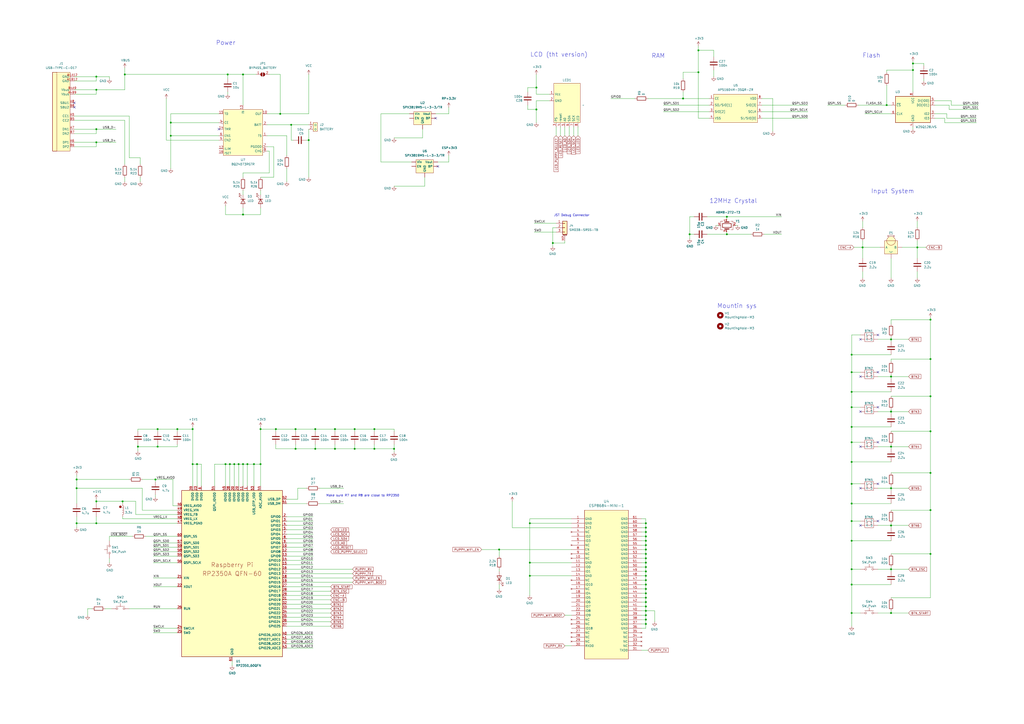
<source format=kicad_sch>
(kicad_sch (version 20231120) (generator "eeschema") (generator_version "8.0")
  (paper "A2")
  (title_block (title "RP2350A QFN-60 Minimal Design Example") (date "2024-07-01") (rev "REV3") (company "Raspberry Pi Ltd"))
  (junction (at 311.15 63.5))
  (junction (at 55.88 82.55))
  (junction (at 320.675 140.97))
  (junction (at 194.31 248.92))
  (junction (at 90.17 278.13))
  (junction (at 374.65 351.79))
  (junction (at 55.88 290.83))
  (junction (at 374.65 334.01))
  (junction (at 374.65 313.69))
  (junction (at 494.03 280.67))
  (junction (at 494.03 247.65))
  (junction (at 374.65 356.87))
  (junction (at 130.81 269.24))
  (junction (at 217.17 260.35))
  (junction (at 374.65 318.77))
  (junction (at 405.13 29.21))
  (junction (at 289.56 318.77))
  (junction (at 111.76 269.24))
  (junction (at 374.65 306.07))
  (junction (at 91.44 259.08))
  (junction (at 151.13 248.92))
  (junction (at 516.89 196.85))
  (junction (at 494.03 205.74))
  (junction (at 133.35 269.24))
  (junction (at 421.64 125.73))
  (junction (at 374.65 344.17))
  (junction (at 71.12 290.83))
  (junction (at 494.03 215.9))
  (junction (at 374.65 346.71))
  (junction (at 179.07 81.28))
  (junction (at 500.38 143.51))
  (junction (at 55.88 303.53))
  (junction (at 494.03 339.09))
  (junction (at 160.02 248.92))
  (junction (at 539.75 274.32))
  (junction (at 307.34 326.39))
  (junction (at 374.65 303.53))
  (junction (at 539.75 185.42))
  (junction (at 374.65 316.23))
  (junction (at 374.65 359.41))
  (junction (at 307.34 334.01))
  (junction (at 147.32 269.24))
  (junction (at 400.05 135.89))
  (junction (at 99.06 71.12))
  (junction (at 91.44 248.92))
  (junction (at 143.51 269.24))
  (junction (at 539.75 250.19))
  (junction (at 205.74 260.35))
  (junction (at 494.03 227.33))
  (junction (at 494.03 292.1))
  (junction (at 228.6 260.35))
  (junction (at 494.03 256.54))
  (junction (at 539.75 295.91))
  (junction (at 55.88 44.45))
  (junction (at 494.03 236.22))
  (junction (at 182.88 260.35))
  (junction (at 140.97 269.24))
  (junction (at 529.59 36.83))
  (junction (at 135.89 269.24))
  (junction (at 140.97 43.18))
  (junction (at 539.75 229.87))
  (junction (at 374.65 326.39))
  (junction (at 374.65 336.55))
  (junction (at 168.91 72.39))
  (junction (at 374.65 354.33))
  (junction (at 111.76 248.92))
  (junction (at 529.59 40.64))
  (junction (at 44.45 303.53))
  (junction (at 516.89 259.08))
  (junction (at 217.17 248.92))
  (junction (at 194.31 260.35))
  (junction (at 374.65 331.47))
  (junction (at 205.74 248.92))
  (junction (at 140.97 124.46))
  (junction (at 494.03 302.26))
  (junction (at 102.87 248.92))
  (junction (at 374.65 361.95))
  (junction (at 374.65 349.25))
  (junction (at 396.24 57.15))
  (junction (at 405.13 41.91))
  (junction (at 516.89 355.6))
  (junction (at 374.65 311.15))
  (junction (at 374.65 339.09))
  (junction (at 99.06 78.74))
  (junction (at 311.15 50.8))
  (junction (at 55.88 52.07))
  (junction (at 539.75 321.31))
  (junction (at 171.45 248.92))
  (junction (at 55.88 74.93))
  (junction (at 539.75 208.28))
  (junction (at 421.64 135.89))
  (junction (at 494.03 330.2))
  (junction (at 171.45 260.35))
  (junction (at 516.89 238.76))
  (junction (at 151.13 269.24))
  (junction (at 44.45 278.13))
  (junction (at 516.89 304.8))
  (junction (at 494.03 313.69))
  (junction (at 114.3 269.24))
  (junction (at 182.88 248.92))
  (junction (at 514.35 60.96))
  (junction (at 516.89 330.2))
  (junction (at 494.03 267.97))
  (junction (at 494.03 355.6))
  (junction (at 72.39 43.18))
  (junction (at 374.65 323.85))
  (junction (at 532.13 143.51))
  (junction (at 374.65 341.63))
  (junction (at 374.65 328.93))
  (junction (at 132.08 43.18))
  (junction (at 307.34 303.53))
  (junction (at 516.89 283.21))
  (junction (at 374.65 308.61))
  (junction (at 516.89 218.44))
  (junction (at 374.65 321.31))
  (junction (at 138.43 269.24))
  (junction (at 44.45 283.21))
  (junction (at 80.01 259.08))
  (junction (at 162.56 66.04))
  (no_connect (at 252.73 68.58))
  (no_connect (at 499.11 259.08))
  (no_connect (at 499.11 304.8))
  (no_connect (at 43.18 62.23))
  (no_connect (at 509.27 302.26))
  (no_connect (at 43.18 59.69))
  (no_connect (at 499.11 238.76))
  (no_connect (at 254 96.52))
  (no_connect (at 509.27 236.22))
  (no_connect (at 499.11 196.85))
  (no_connect (at 499.11 283.21))
  (no_connect (at 509.27 215.9))
  (no_connect (at 509.27 256.54))
  (no_connect (at 509.27 194.31))
  (no_connect (at 127 74.93))
  (no_connect (at 499.11 218.44))
  (no_connect (at 509.27 280.67))
  (wire (pts (xy 166.37 314.96) (xy 181.61 314.96)))
  (wire (pts (xy 516.89 355.6) (xy 527.05 355.6)))
  (wire (pts (xy 374.65 346.71) (xy 372.11 346.71)))
  (wire (pts (xy 90.17 288.29) (xy 90.17 287.02)))
  (wire (pts (xy 494.03 339.09) (xy 516.89 339.09)))
  (wire (pts (xy 82.55 283.21) (xy 82.55 295.91)))
  (wire (pts (xy 158.75 102.87) (xy 158.75 85.09)))
  (wire (pts (xy 166.37 373.38) (xy 181.61 373.38)))
  (wire (pts (xy 151.13 120.65) (xy 151.13 124.46)))
  (wire (pts (xy 55.88 82.55) (xy 67.31 82.55)))
  (wire (pts (xy 320.675 132.08) (xy 320.675 140.97)))
  (wire (pts (xy 516.89 209.55) (xy 516.89 208.28)))
  (wire (pts (xy 91.44 248.92) (xy 102.87 248.92)))
  (wire (pts (xy 166.37 317.5) (xy 181.61 317.5)))
  (wire (pts (xy 246.38 107.95) (xy 228.6 107.95)))
  (wire (pts (xy 96.52 57.15) (xy 96.52 81.28)))
  (wire (pts (xy 162.56 43.18) (xy 162.56 66.04)))
  (wire (pts (xy 421.64 127) (xy 421.64 125.73)))
  (wire (pts (xy 494.03 236.22) (xy 494.03 247.65)))
  (wire (pts (xy 494.03 267.97) (xy 516.89 267.97)))
  (wire (pts (xy 171.45 250.19) (xy 171.45 248.92)))
  (wire (pts (xy 171.45 257.81) (xy 171.45 260.35)))
  (wire (pts (xy 100.33 278.13) (xy 100.33 293.37)))
  (wire (pts (xy 374.65 334.01) (xy 372.11 334.01)))
  (wire (pts (xy 516.89 259.08) (xy 516.89 260.35)))
  (wire (pts (xy 307.34 334.01) (xy 331.47 334.01)))
  (wire (pts (xy 143.51 269.24) (xy 147.32 269.24)))
  (wire (pts (xy 405.13 29.21) (xy 405.13 41.91)))
  (wire (pts (xy 516.89 331.47) (xy 516.89 330.2)))
  (wire (pts (xy 91.44 250.19) (xy 91.44 248.92)))
  (wire (pts (xy 102.87 326.39) (xy 88.9 326.39)))
  (wire (pts (xy 311.15 43.18) (xy 311.15 50.8)))
  (wire (pts (xy 516.89 259.08) (xy 527.05 259.08)))
  (wire (pts (xy 91.44 259.08) (xy 102.87 259.08)))
  (wire (pts (xy 179.07 43.18) (xy 179.07 66.04)))
  (wire (pts (xy 374.65 354.33) (xy 374.65 356.87)))
  (wire (pts (xy 494.03 267.97) (xy 494.03 280.67)))
  (wire (pts (xy 374.65 359.41) (xy 374.65 361.95)))
  (wire (pts (xy 374.65 318.77) (xy 372.11 318.77)))
  (wire (pts (xy 166.37 355.6) (xy 191.77 355.6)))
  (wire (pts (xy 166.37 299.72) (xy 181.61 299.72)))
  (wire (pts (xy 80.01 257.81) (xy 80.01 259.08)))
  (wire (pts (xy 90.17 278.13) (xy 100.33 278.13)))
  (wire (pts (xy 548.005 71.12) (xy 566.42 71.12)))
  (wire (pts (xy 140.97 120.65) (xy 140.97 124.46)))
  (wire (pts (xy 166.37 350.52) (xy 191.77 350.52)))
  (wire (pts (xy 516.89 295.91) (xy 539.75 295.91)))
  (wire (pts (xy 306.07 63.5) (xy 311.15 63.5)))
  (wire (pts (xy 55.88 46.99) (xy 55.88 44.45)))
  (wire (pts (xy 396.24 41.91) (xy 405.13 41.91)))
  (wire (pts (xy 374.65 321.31) (xy 372.11 321.31)))
  (wire (pts (xy 374.65 334.01) (xy 374.65 336.55)))
  (wire (pts (xy 289.56 331.47) (xy 289.56 330.2)))
  (wire (pts (xy 374.65 323.85) (xy 372.11 323.85)))
  (wire (pts (xy 494.03 227.33) (xy 494.03 236.22)))
  (wire (pts (xy 494.03 313.69) (xy 516.89 313.69)))
  (wire (pts (xy 516.89 187.96) (xy 516.89 185.42)))
  (wire (pts (xy 182.88 250.19) (xy 182.88 248.92)))
  (wire (pts (xy 63.5 311.15) (xy 63.5 313.69)))
  (wire (pts (xy 102.87 364.49) (xy 88.9 364.49)))
  (wire (pts (xy 509.27 304.8) (xy 516.89 304.8)))
  (wire (pts (xy 74.93 67.31) (xy 74.93 91.44)))
  (wire (pts (xy 44.45 278.13) (xy 44.45 283.21)))
  (wire (pts (xy 307.34 326.39) (xy 307.34 334.01)))
  (wire (pts (xy 55.88 52.07) (xy 72.39 52.07)))
  (wire (pts (xy 374.65 356.87) (xy 372.11 356.87)))
  (wire (pts (xy 160.02 250.19) (xy 160.02 248.92)))
  (wire (pts (xy 421.64 135.89) (xy 435.61 135.89)))
  (wire (pts (xy 154.94 66.04) (xy 162.56 66.04)))
  (wire (pts (xy 160.02 257.81) (xy 160.02 260.35)))
  (wire (pts (xy 44.45 283.21) (xy 82.55 283.21)))
  (wire (pts (xy 44.45 283.21) (xy 44.45 292.1)))
  (wire (pts (xy 516.89 196.85) (xy 527.05 196.85)))
  (wire (pts (xy 516.89 198.12) (xy 516.89 196.85)))
  (wire (pts (xy 372.11 306.07) (xy 374.65 306.07)))
  (wire (pts (xy 539.75 185.42) (xy 539.75 184.15)))
  (wire (pts (xy 539.75 229.87) (xy 539.75 208.28)))
  (wire (pts (xy 372.11 300.99) (xy 374.65 300.99)))
  (wire (pts (xy 43.18 67.31) (xy 74.93 67.31)))
  (wire (pts (xy 166.37 342.9) (xy 191.77 342.9)))
  (wire (pts (xy 400.05 135.89) (xy 400.05 138.43)))
  (wire (pts (xy 374.65 344.17) (xy 374.65 346.71)))
  (wire (pts (xy 539.75 346.71) (xy 539.75 321.31)))
  (wire (pts (xy 372.11 313.69) (xy 374.65 313.69)))
  (wire (pts (xy 532.13 157.48) (xy 532.13 161.29)))
  (wire (pts (xy 135.89 281.94) (xy 135.89 269.24)))
  (wire (pts (xy 127 66.04) (xy 99.06 66.04)))
  (wire (pts (xy 494.03 292.1) (xy 494.03 302.26)))
  (wire (pts (xy 494.03 355.6) (xy 499.11 355.6)))
  (wire (pts (xy 494.03 215.9) (xy 499.11 215.9)))
  (wire (pts (xy 374.65 328.93) (xy 372.11 328.93)))
  (wire (pts (xy 99.06 78.74) (xy 127 78.74)))
  (wire (pts (xy 509.27 283.21) (xy 516.89 283.21)))
  (wire (pts (xy 374.65 326.39) (xy 372.11 326.39)))
  (wire (pts (xy 374.65 318.77) (xy 374.65 321.31)))
  (wire (pts (xy 327.66 73.66) (xy 327.66 78.74)))
  (wire (pts (xy 124.46 281.94) (xy 124.46 269.24)))
  (wire (pts (xy 501.65 66.04) (xy 516.89 66.04)))
  (wire (pts (xy 151.13 110.49) (xy 151.13 113.03)))
  (wire (pts (xy 529.59 35.56) (xy 529.59 36.83)))
  (wire (pts (xy 400.05 125.73) (xy 400.05 135.89)))
  (wire (pts (xy 147.32 269.24) (xy 151.13 269.24)))
  (wire (pts (xy 194.31 248.92) (xy 205.74 248.92)))
  (wire (pts (xy 374.65 346.71) (xy 374.65 349.25)))
  (wire (pts (xy 140.97 100.33) (xy 156.21 100.33)))
  (wire (pts (xy 402.59 125.73) (xy 400.05 125.73)))
  (wire (pts (xy 72.39 43.18) (xy 72.39 52.07)))
  (wire (pts (xy 168.91 72.39) (xy 179.07 72.39)))
  (wire (pts (xy 90.17 278.13) (xy 90.17 279.4)))
  (wire (pts (xy 374.65 351.79) (xy 374.65 354.33)))
  (wire (pts (xy 539.75 295.91) (xy 539.75 274.32)))
  (wire (pts (xy 205.74 260.35) (xy 194.31 260.35)))
  (wire (pts (xy 166.37 78.74) (xy 166.37 90.17)))
  (wire (pts (xy 166.37 363.22) (xy 191.77 363.22)))
  (wire (pts (xy 516.89 354.33) (xy 516.89 355.6)))
  (wire (pts (xy 306.07 60.96) (xy 306.07 63.5)))
  (wire (pts (xy 138.43 269.24) (xy 140.97 269.24)))
  (wire (pts (xy 374.65 359.41) (xy 372.11 359.41)))
  (wire (pts (xy 516.89 208.28) (xy 539.75 208.28)))
  (wire (pts (xy 374.65 341.63) (xy 374.65 344.17)))
  (wire (pts (xy 499.11 236.22) (xy 494.03 236.22)))
  (wire (pts (xy 171.45 260.35) (xy 160.02 260.35)))
  (wire (pts (xy 205.74 257.81) (xy 205.74 260.35)))
  (wire (pts (xy 307.34 326.39) (xy 307.34 303.53)))
  (wire (pts (xy 111.76 248.92) (xy 111.76 269.24)))
  (wire (pts (xy 133.35 269.24) (xy 135.89 269.24)))
  (wire (pts (xy 414.02 29.21) (xy 405.13 29.21)))
  (wire (pts (xy 311.15 58.42) (xy 311.15 63.5)))
  (wire (pts (xy 494.03 247.65) (xy 494.03 256.54)))
  (wire (pts (xy 166.37 327.66) (xy 181.61 327.66)))
  (wire (pts (xy 138.43 281.94) (xy 138.43 269.24)))
  (wire (pts (xy 494.03 330.2) (xy 499.11 330.2)))
  (wire (pts (xy 43.18 74.93) (xy 55.88 74.93)))
  (wire (pts (xy 514.35 40.64) (xy 529.59 40.64)))
  (wire (pts (xy 82.55 295.91) (xy 102.87 295.91)))
  (wire (pts (xy 72.39 95.25) (xy 72.39 69.85)))
  (wire (pts (xy 374.65 339.09) (xy 374.65 341.63)))
  (wire (pts (xy 331.47 326.39) (xy 307.34 326.39)))
  (wire (pts (xy 550.545 60.96) (xy 550.545 63.5)))
  (wire (pts (xy 135.89 269.24) (xy 138.43 269.24)))
  (wire (pts (xy 99.06 71.12) (xy 99.06 78.74)))
  (wire (pts (xy 140.97 124.46) (xy 130.81 124.46)))
  (wire (pts (xy 44.45 275.59) (xy 44.45 278.13)))
  (wire (pts (xy 494.03 227.33) (xy 516.89 227.33)))
  (wire (pts (xy 307.34 300.99) (xy 307.34 303.53)))
  (wire (pts (xy 44.45 303.53) (xy 55.88 303.53)))
  (wire (pts (xy 166.37 320.04) (xy 181.61 320.04)))
  (wire (pts (xy 53.34 353.06) (xy 50.8 353.06)))
  (wire (pts (xy 375.92 57.15) (xy 396.24 57.15)))
  (wire (pts (xy 171.45 248.92) (xy 182.88 248.92)))
  (wire (pts (xy 514.35 41.91) (xy 514.35 40.64)))
  (wire (pts (xy 55.88 292.1) (xy 55.88 290.83)))
  (wire (pts (xy 96.52 81.28) (xy 127 81.28)))
  (wire (pts (xy 374.65 341.63) (xy 372.11 341.63)))
  (wire (pts (xy 55.88 85.09) (xy 43.18 85.09)))
  (wire (pts (xy 374.65 306.07) (xy 374.65 308.61)))
  (wire (pts (xy 166.37 302.26) (xy 181.61 302.26)))
  (wire (pts (xy 542.29 68.58) (xy 548.005 68.58)))
  (wire (pts (xy 102.87 311.15) (xy 84.455 311.15)))
  (wire (pts (xy 335.28 73.66) (xy 335.28 78.74)))
  (wire (pts (xy 523.24 143.51) (xy 532.13 143.51)))
  (wire (pts (xy 500.38 128.27) (xy 500.38 132.08)))
  (wire (pts (xy 80.01 250.19) (xy 80.01 248.92)))
  (wire (pts (xy 156.21 100.33) (xy 156.21 87.63)))
  (wire (pts (xy 63.5 326.39) (xy 63.5 323.85)))
  (wire (pts (xy 44.45 299.72) (xy 44.45 303.53)))
  (wire (pts (xy 168.91 81.28) (xy 170.18 81.28)))
  (wire (pts (xy 516.89 303.53) (xy 516.89 304.8)))
  (wire (pts (xy 289.56 322.58) (xy 289.56 318.77)))
  (wire (pts (xy 494.03 194.31) (xy 494.03 205.74)))
  (wire (pts (xy 327.66 139.7) (xy 327.66 140.97)))
  (wire (pts (xy 372.11 311.15) (xy 374.65 311.15)))
  (wire (pts (xy 494.03 313.69) (xy 494.03 330.2)))
  (wire (pts (xy 102.87 298.45) (xy 78.74 298.45)))
  (wire (pts (xy 151.13 124.46) (xy 140.97 124.46)))
  (wire (pts (xy 516.89 274.32) (xy 539.75 274.32)))
  (wire (pts (xy 514.35 49.53) (xy 514.35 60.96)))
  (wire (pts (xy 529.59 73.66) (xy 529.59 74.93)))
  (wire (pts (xy 311.15 54.61) (xy 318.77 54.61)))
  (wire (pts (xy 166.37 360.68) (xy 191.77 360.68)))
  (wire (pts (xy 76.835 311.15) (xy 63.5 311.15)))
  (wire (pts (xy 532.13 139.7) (xy 532.13 143.51)))
  (wire (pts (xy 309.88 134.62) (xy 322.58 134.62)))
  (wire (pts (xy 166.37 375.92) (xy 181.61 375.92)))
  (wire (pts (xy 374.65 300.99) (xy 374.65 303.53)))
  (wire (pts (xy 374.65 331.47) (xy 372.11 331.47)))
  (wire (pts (xy 185.42 292.1) (xy 199.39 292.1)))
  (wire (pts (xy 111.76 269.24) (xy 111.76 281.94)))
  (wire (pts (xy 374.65 356.87) (xy 374.65 359.41)))
  (wire (pts (xy 396.24 53.34) (xy 396.24 57.15)))
  (wire (pts (xy 514.35 60.96) (xy 516.89 60.96)))
  (wire (pts (xy 151.13 269.24) (xy 151.13 281.94)))
  (wire (pts (xy 72.39 43.18) (xy 132.08 43.18)))
  (wire (pts (xy 151.13 102.87) (xy 158.75 102.87)))
  (wire (pts (xy 494.03 205.74) (xy 494.03 215.9)))
  (wire (pts (xy 396.24 45.72) (xy 396.24 41.91)))
  (wire (pts (xy 55.88 289.56) (xy 55.88 290.83)))
  (wire (pts (xy 443.23 135.89) (xy 453.39 135.89)))
  (wire (pts (xy 410.21 135.89) (xy 421.64 135.89)))
  (wire (pts (xy 55.88 303.53) (xy 102.87 303.53)))
  (wire (pts (xy 539.75 208.28) (xy 539.75 185.42)))
  (wire (pts (xy 81.28 102.87) (xy 81.28 105.41)))
  (wire (pts (xy 44.45 303.53) (xy 44.45 306.07)))
  (wire (pts (xy 402.59 135.89) (xy 400.05 135.89)))
  (wire (pts (xy 494.03 330.2) (xy 494.03 339.09)))
  (wire (pts (xy 140.97 102.87) (xy 140.97 100.33)))
  (wire (pts (xy 289.56 318.77) (xy 331.47 318.77)))
  (wire (pts (xy 44.45 278.13) (xy 74.93 278.13)))
  (wire (pts (xy 529.59 40.64) (xy 529.59 53.34)))
  (wire (pts (xy 177.8 81.28) (xy 179.07 81.28)))
  (wire (pts (xy 80.01 259.08) (xy 80.01 261.62)))
  (wire (pts (xy 140.97 269.24) (xy 143.51 269.24)))
  (wire (pts (xy 480.06 60.96) (xy 490.22 60.96)))
  (wire (pts (xy 516.89 218.44) (xy 527.05 218.44)))
  (wire (pts (xy 441.96 64.77) (xy 468.63 64.77)))
  (wire (pts (xy 166.37 358.14) (xy 191.77 358.14)))
  (wire (pts (xy 91.44 257.81) (xy 91.44 259.08)))
  (wire (pts (xy 205.74 248.92) (xy 217.17 248.92)))
  (wire (pts (xy 448.31 57.15) (xy 441.96 57.15)))
  (wire (pts (xy 396.24 57.15) (xy 411.48 57.15)))
  (wire (pts (xy 307.34 334.01) (xy 307.34 345.44)))
  (wire (pts (xy 318.77 58.42) (xy 311.15 58.42)))
  (wire (pts (xy 509.27 196.85) (xy 516.89 196.85)))
  (wire (pts (xy 510.54 143.51) (xy 500.38 143.51)))
  (wire (pts (xy 529.59 36.83) (xy 529.59 40.64)))
  (wire (pts (xy 228.6 257.81) (xy 228.6 260.35)))
  (wire (pts (xy 509.27 355.6) (xy 516.89 355.6)))
  (wire (pts (xy 374.65 331.47) (xy 374.65 334.01)))
  (wire (pts (xy 516.89 281.94) (xy 516.89 283.21)))
  (wire (pts (xy 516.89 306.07) (xy 516.89 304.8)))
  (wire (pts (xy 497.84 60.96) (xy 514.35 60.96)))
  (wire (pts (xy 542.29 66.04) (xy 549.275 66.04)))
  (wire (pts (xy 88.9 335.28) (xy 102.87 335.28)))
  (wire (pts (xy 134.62 383.54) (xy 134.62 386.08)))
  (wire (pts (xy 245.11 80.01) (xy 228.6 80.01)))
  (wire (pts (xy 311.15 50.8) (xy 311.15 54.61)))
  (wire (pts (xy 374.65 336.55) (xy 374.65 339.09)))
  (wire (pts (xy 88.9 320.04) (xy 102.87 320.04)))
  (wire (pts (xy 415.29 130.81) (xy 416.56 130.81)))
  (wire (pts (xy 516.89 185.42) (xy 539.75 185.42)))
  (wire (pts (xy 116.84 269.24) (xy 116.84 281.94)))
  (wire (pts (xy 516.89 237.49) (xy 516.89 238.76)))
  (wire (pts (xy 130.81 281.94) (xy 130.81 269.24)))
  (wire (pts (xy 539.75 321.31) (xy 539.75 295.91)))
  (wire (pts (xy 166.37 370.84) (xy 181.61 370.84)))
  (wire (pts (xy 331.47 306.07) (xy 297.18 306.07)))
  (wire (pts (xy 166.37 304.8) (xy 181.61 304.8)))
  (wire (pts (xy 80.01 248.92) (xy 91.44 248.92)))
  (wire (pts (xy 78.74 298.45) (xy 78.74 290.83)))
  (wire (pts (xy 354.33 57.15) (xy 368.3 57.15)))
  (wire (pts (xy 374.65 316.23) (xy 372.11 316.23)))
  (wire (pts (xy 535.94 36.83) (xy 529.59 36.83)))
  (wire (pts (xy 81.28 91.44) (xy 81.28 95.25)))
  (wire (pts (xy 166.37 325.12) (xy 181.61 325.12)))
  (wire (pts (xy 217.17 250.19) (xy 217.17 248.92)))
  (wire (pts (xy 88.9 314.96) (xy 102.87 314.96)))
  (wire (pts (xy 509.27 238.76) (xy 516.89 238.76)))
  (wire (pts (xy 172.72 283.21) (xy 172.72 289.56)))
  (wire (pts (xy 166.37 332.74) (xy 204.47 332.74)))
  (wire (pts (xy 374.65 361.95) (xy 372.11 361.95)))
  (wire (pts (xy 194.31 257.81) (xy 194.31 260.35)))
  (wire (pts (xy 494.03 302.26) (xy 494.03 313.69)))
  (wire (pts (xy 500.38 143.51) (xy 500.38 149.86)))
  (wire (pts (xy 151.13 247.65) (xy 151.13 248.92)))
  (wire (pts (xy 194.31 250.19) (xy 194.31 248.92)))
  (wire (pts (xy 72.39 102.87) (xy 72.39 105.41)))
  (wire (pts (xy 82.55 278.13) (xy 90.17 278.13)))
  (wire (pts (xy 88.9 317.5) (xy 102.87 317.5)))
  (wire (pts (xy 306.07 53.34) (xy 306.07 50.8)))
  (wire (pts (xy 289.56 339.09) (xy 289.56 341.63)))
  (wire (pts (xy 132.08 43.18) (xy 140.97 43.18)))
  (wire (pts (xy 140.97 43.18) (xy 140.97 60.96)))
  (wire (pts (xy 297.18 290.83) (xy 297.18 306.07)))
  (wire (pts (xy 532.13 143.51) (xy 532.13 149.86)))
  (wire (pts (xy 88.9 322.58) (xy 102.87 322.58)))
  (wire (pts (xy 179.07 81.28) (xy 179.07 102.87)))
  (wire (pts (xy 374.65 364.49) (xy 372.11 364.49)))
  (wire (pts (xy 332.74 73.66) (xy 332.74 78.74)))
  (wire (pts (xy 205.74 250.19) (xy 205.74 248.92)))
  (wire (pts (xy 516.89 328.93) (xy 516.89 330.2)))
  (wire (pts (xy 74.93 91.44) (xy 81.28 91.44)))
  (wire (pts (xy 166.37 322.58) (xy 181.61 322.58)))
  (wire (pts (xy 132.08 43.18) (xy 132.08 45.72)))
  (wire (pts (xy 500.38 157.48) (xy 500.38 161.29)))
  (wire (pts (xy 60.96 353.06) (xy 64.77 353.06)))
  (wire (pts (xy 130.81 119.38) (xy 130.81 124.46)))
  (wire (pts (xy 331.47 300.99) (xy 307.34 300.99)))
  (wire (pts (xy 217.17 260.35) (xy 205.74 260.35)))
  (wire (pts (xy 132.08 53.34) (xy 132.08 54.61)))
  (wire (pts (xy 535.94 38.1) (xy 535.94 36.83)))
  (wire (pts (xy 494.03 355.6) (xy 494.03 363.22)))
  (wire (pts (xy 102.87 248.92) (xy 111.76 248.92)))
  (wire (pts (xy 166.37 347.98) (xy 191.77 347.98)))
  (wire (pts (xy 156.21 43.18) (xy 162.56 43.18)))
  (wire (pts (xy 55.88 82.55) (xy 55.88 85.09)))
  (wire (pts (xy 43.18 46.99) (xy 55.88 46.99)))
  (wire (pts (xy 182.88 248.92) (xy 194.31 248.92)))
  (wire (pts (xy 384.81 60.96) (xy 411.48 60.96)))
  (wire (pts (xy 516.89 219.71) (xy 516.89 218.44)))
  (wire (pts (xy 468.63 60.96) (xy 441.96 60.96)))
  (wire (pts (xy 194.31 260.35) (xy 182.88 260.35)))
  (wire (pts (xy 245.11 74.93) (xy 245.11 80.01)))
  (wire (pts (xy 372.11 308.61) (xy 374.65 308.61)))
  (wire (pts (xy 151.13 248.92) (xy 160.02 248.92)))
  (wire (pts (xy 71.12 300.99) (xy 102.87 300.99)))
  (wire (pts (xy 166.37 97.79) (xy 166.37 105.41)))
  (wire (pts (xy 55.88 299.72) (xy 55.88 303.53)))
  (wire (pts (xy 166.37 337.82) (xy 204.47 337.82)))
  (wire (pts (xy 468.63 68.58) (xy 441.96 68.58)))
  (wire (pts (xy 414.02 40.64) (xy 414.02 44.45)))
  (wire (pts (xy 322.58 73.66) (xy 322.58 78.74)))
  (wire (pts (xy 374.65 313.69) (xy 374.65 316.23)))
  (wire (pts (xy 405.13 68.58) (xy 411.48 68.58)))
  (wire (pts (xy 509.27 330.2) (xy 516.89 330.2)))
  (wire (pts (xy 306.07 50.8) (xy 311.15 50.8)))
  (wire (pts (xy 99.06 71.12) (xy 127 71.12)))
  (wire (pts (xy 516.89 250.19) (xy 539.75 250.19)))
  (wire (pts (xy 55.88 290.83) (xy 71.12 290.83)))
  (wire (pts (xy 499.11 280.67) (xy 494.03 280.67)))
  (wire (pts (xy 384.81 64.77) (xy 411.48 64.77)))
  (wire (pts (xy 374.65 361.95) (xy 374.65 364.49)))
  (wire (pts (xy 374.65 308.61) (xy 374.65 311.15)))
  (wire (pts (xy 179.07 81.28) (xy 179.07 74.93)))
  (wire (pts (xy 72.39 39.37) (xy 72.39 43.18)))
  (wire (pts (xy 182.88 257.81) (xy 182.88 260.35)))
  (wire (pts (xy 374.65 316.23) (xy 374.65 318.77)))
  (wire (pts (xy 375.92 377.19) (xy 372.11 377.19)))
  (wire (pts (xy 102.87 367.03) (xy 88.9 367.03)))
  (wire (pts (xy 374.65 328.93) (xy 374.65 331.47)))
  (wire (pts (xy 246.38 102.87) (xy 246.38 107.95)))
  (wire (pts (xy 172.72 283.21) (xy 177.8 283.21)))
  (wire (pts (xy 63.5 44.45) (xy 55.88 44.45)))
  (wire (pts (xy 279.4 318.77) (xy 289.56 318.77)))
  (wire (pts (xy 516.89 238.76) (xy 527.05 238.76)))
  (wire (pts (xy 494.03 280.67) (xy 494.03 292.1)))
  (wire (pts (xy 516.89 292.1) (xy 494.03 292.1)))
  (wire (pts (xy 114.3 269.24) (xy 116.84 269.24)))
  (wire (pts (xy 516.89 304.8) (xy 527.05 304.8)))
  (wire (pts (xy 154.94 78.74) (xy 166.37 78.74)))
  (wire (pts (xy 494.03 247.65) (xy 516.89 247.65)))
  (wire (pts (xy 426.72 130.81) (xy 427.99 130.81)))
  (wire (pts (xy 374.65 303.53) (xy 374.65 306.07)))
  (wire (pts (xy 372.11 303.53) (xy 374.65 303.53)))
  (wire (pts (xy 133.35 281.94) (xy 133.35 269.24)))
  (wire (pts (xy 55.88 74.93) (xy 67.31 74.93)))
  (wire (pts (xy 43.18 52.07) (xy 55.88 52.07)))
  (wire (pts (xy 320.675 140.97) (xy 327.66 140.97)))
  (wire (pts (xy 516.89 240.03) (xy 516.89 238.76)))
  (wire (pts (xy 330.2 73.66) (xy 330.2 78.74)))
  (wire (pts (xy 374.65 344.17) (xy 372.11 344.17)))
  (wire (pts (xy 166.37 353.06) (xy 191.77 353.06)))
  (wire (pts (xy 379.73 354.33) (xy 374.65 354.33)))
  (wire (pts (xy 220.98 93.98) (xy 220.98 66.04)))
  (wire (pts (xy 55.88 77.47) (xy 43.18 77.47)))
  (wire (pts (xy 72.39 69.85) (xy 43.18 69.85)))
  (wire (pts (xy 311.15 63.5) (xy 311.15 71.12)))
  (wire (pts (xy 156.21 87.63) (xy 154.94 87.63)))
  (wire (pts (xy 55.88 54.61) (xy 55.88 52.07)))
  (wire (pts (xy 185.42 283.21) (xy 199.39 283.21)))
  (wire (pts (xy 147.32 281.94) (xy 147.32 269.24)))
  (wire (pts (xy 509.27 218.44) (xy 516.89 218.44)))
  (wire (pts (xy 307.34 303.53) (xy 331.47 303.53)))
  (wire (pts (xy 374.65 351.79) (xy 372.11 351.79)))
  (wire (pts (xy 111.76 247.65) (xy 111.76 248.92)))
  (wire (pts (xy 516.89 321.31) (xy 539.75 321.31)))
  (wire (pts (xy 551.815 58.42) (xy 551.815 60.96)))
  (wire (pts (xy 494.03 205.74) (xy 516.89 205.74)))
  (wire (pts (xy 99.06 66.04) (xy 99.06 71.12)))
  (wire (pts (xy 309.88 129.54) (xy 322.58 129.54)))
  (wire (pts (xy 166.37 307.34) (xy 181.61 307.34)))
  (wire (pts (xy 549.275 68.58) (xy 566.42 68.58)))
  (wire (pts (xy 374.65 339.09) (xy 372.11 339.09)))
  (wire (pts (xy 516.89 195.58) (xy 516.89 196.85)))
  (wire (pts (xy 327.66 374.65) (xy 331.47 374.65)))
  (wire (pts (xy 217.17 260.35) (xy 228.6 260.35)))
  (wire (pts (xy 379.73 360.68) (xy 379.73 354.33)))
  (wire (pts (xy 228.6 260.35) (xy 228.6 262.255)))
  (wire (pts (xy 516.89 283.21) (xy 527.05 283.21)))
  (wire (pts (xy 99.06 78.74) (xy 99.06 97.79)))
  (wire (pts (xy 71.12 300.99) (xy 71.12 299.72)))
  (wire (pts (xy 532.13 128.27) (xy 532.13 132.08)))
  (wire (pts (xy 405.13 26.67) (xy 405.13 29.21)))
  (wire (pts (xy 374.65 321.31) (xy 374.65 323.85)))
  (wire (pts (xy 374.65 326.39) (xy 374.65 328.93)))
  (wire (pts (xy 166.37 345.44) (xy 191.77 345.44)))
  (wire (pts (xy 43.18 82.55) (xy 55.88 82.55)))
  (wire (pts (xy 148.59 43.18) (xy 140.97 43.18)))
  (wire (pts (xy 238.76 93.98) (xy 220.98 93.98)))
  (wire (pts (xy 516.89 229.87) (xy 539.75 229.87)))
  (wire (pts (xy 166.37 368.3) (xy 181.61 368.3)))
  (wire (pts (xy 539.75 274.32) (xy 539.75 250.19)))
  (wire (pts (xy 217.17 248.92) (xy 228.6 248.92)))
  (wire (pts (xy 516.89 217.17) (xy 516.89 218.44)))
  (wire (pts (xy 130.81 269.24) (xy 133.35 269.24)))
  (wire (pts (xy 140.97 281.94) (xy 140.97 269.24)))
  (wire (pts (xy 499.11 194.31) (xy 494.03 194.31)))
  (wire (pts (xy 494.03 215.9) (xy 494.03 227.33)))
  (wire (pts (xy 166.37 340.36) (xy 191.77 340.36)))
  (wire (pts (xy 495.3 143.51) (xy 500.38 143.51)))
  (wire (pts (xy 516.89 149.86) (xy 516.89 161.29)))
  (wire (pts (xy 71.12 290.83) (xy 71.12 292.1)))
  (wire (pts (xy 516.89 346.71) (xy 539.75 346.71)))
  (wire (pts (xy 516.89 257.81) (xy 516.89 259.08)))
  (wire (pts (xy 405.13 41.91) (xy 405.13 68.58)))
  (wire (pts (xy 500.38 139.7) (xy 500.38 143.51)))
  (wire (pts (xy 532.13 143.51) (xy 537.21 143.51)))
  (wire (pts (xy 260.35 66.04) (xy 260.35 62.23)))
  (wire (pts (xy 166.37 335.28) (xy 204.47 335.28)))
  (wire (pts (xy 448.31 76.2) (xy 448.31 57.15)))
  (wire (pts (xy 102.87 250.19) (xy 102.87 248.92)))
  (wire (pts (xy 325.12 73.66) (xy 325.12 78.74)))
  (wire (pts (xy 166.37 289.56) (xy 172.72 289.56)))
  (wire (pts (xy 374.65 349.25) (xy 374.65 351.79)))
  (wire (pts (xy 549.275 66.04) (xy 549.275 68.58)))
  (wire (pts (xy 374.65 354.33) (xy 372.11 354.33)))
  (wire (pts (xy 499.11 256.54) (xy 494.03 256.54)))
  (wire (pts (xy 548.005 68.58) (xy 548.005 71.12)))
  (wire (pts (xy 43.18 54.61) (xy 55.88 54.61)))
  (wire (pts (xy 516.89 283.21) (xy 516.89 284.48)))
  (wire (pts (xy 182.88 260.35) (xy 171.45 260.35)))
  (wire (pts (xy 80.01 259.08) (xy 91.44 259.08)))
  (wire (pts (xy 162.56 66.04) (xy 179.07 66.04)))
  (wire (pts (xy 124.46 269.24) (xy 130.81 269.24)))
  (wire (pts (xy 154.94 72.39) (xy 168.91 72.39)))
  (wire (pts (xy 494.03 339.09) (xy 494.03 355.6)))
  (wire (pts (xy 550.545 63.5) (xy 567.69 63.5)))
  (wire (pts (xy 114.3 269.24) (xy 111.76 269.24)))
  (wire (pts (xy 374.65 336.55) (xy 372.11 336.55)))
  (wire (pts (xy 143.51 269.24) (xy 143.51 281.94)))
  (wire (pts (xy 322.58 132.08) (xy 320.675 132.08)))
  (wire (pts (xy 55.88 44.45) (xy 43.18 44.45)))
  (wire (pts (xy 421.64 125.73) (xy 453.39 125.73)))
  (wire (pts (xy 551.815 60.96) (xy 567.69 60.96)))
  (wire (pts (xy 327.66 356.87) (xy 331.47 356.87)))
  (wire (pts (xy 63.5 45.72) (xy 63.5 44.45)))
  (wire (pts (xy 166.37 292.1) (xy 177.8 292.1)))
  (wire (pts (xy 254 93.98) (xy 260.35 93.98)))
  (wire (pts (xy 78.74 290.83) (xy 71.12 290.83)))
  (wire (pts (xy 50.8 353.06) (xy 50.8 356.87)))
  (wire (pts (xy 421.64 134.62) (xy 421.64 135.89)))
  (wire (pts (xy 166.37 312.42) (xy 181.61 312.42)))
  (wire (pts (xy 166.37 330.2) (xy 204.47 330.2)))
  (wire (pts (xy 151.13 248.92) (xy 151.13 269.24)))
  (wire (pts (xy 494.03 256.54) (xy 494.03 267.97)))
  (wire (pts (xy 220.98 66.04) (xy 237.49 66.04)))
  (wire (pts (xy 166.37 309.88) (xy 181.61 309.88)))
  (wire (pts (xy 374.65 311.15) (xy 374.65 313.69)))
  (wire (pts (xy 100.33 293.37) (xy 102.87 293.37)))
  (wire (pts (xy 542.29 58.42) (xy 551.815 58.42)))
  (wire (pts (xy 160.02 248.92) (xy 171.45 248.92)))
  (wire (pts (xy 55.88 74.93) (xy 55.88 77.47)))
  (wire (pts (xy 102.87 340.36) (xy 88.9 340.36)))
  (wire (pts (xy 320.675 140.97) (xy 320.675 142.875)))
  (wire (pts (xy 539.75 229.87) (xy 539.75 250.19)))
  (wire (pts (xy 516.89 330.2) (xy 527.05 330.2)))
  (wire (pts (xy 414.02 33.02) (xy 414.02 29.21)))
  (wire (pts (xy 140.97 110.49) (xy 140.97 113.03)))
  (wire (pts (xy 228.6 250.19) (xy 228.6 248.92)))
  (wire (pts (xy 374.65 323.85) (xy 374.65 326.39)))
  (wire (pts (xy 509.27 259.08) (xy 516.89 259.08)))
  (wire (pts (xy 410.21 125.73) (xy 421.64 125.73)))
  (wire (pts (xy 542.29 60.96) (xy 550.545 60.96)))
  (wire (pts (xy 374.65 349.25) (xy 372.11 349.25)))
  (wire (pts (xy 102.87 259.08) (xy 102.87 257.81)))
  (wire (pts (xy 260.35 93.98) (xy 260.35 90.17)))
  (wire (pts (xy 114.3 281.94) (xy 114.3 269.24)))
  (wire (pts (xy 74.93 353.06) (xy 102.87 353.06)))
  (wire (pts (xy 499.11 302.26) (xy 494.03 302.26)))
  (wire (pts (xy 252.73 66.04) (xy 260.35 66.04)))
  (wire (pts (xy 217.17 257.81) (xy 217.17 260.35)))
  (wire (pts (xy 535.94 45.72) (xy 535.94 46.99)))
  (wire (pts (xy 158.75 85.09) (xy 154.94 85.09)))
  (wire (pts (xy 168.91 81.28) (xy 168.91 72.39)))
  (circle (center 69.85 294.005) (radius 0.635) (stroke (width 0) (color 132 0 0 1)) (fill (type color) (color 132 0 0 1)))
  (text "JST Debug Connector" (at 321.31 125.73 0) (effects (font (size 1.27 1.27)) (justify left bottom)))
  (text "LCD (tht version)" (at 307.594 33.274 0) (effects (font (size 2.54 2.54)) (justify left bottom)))
  (text "RAM" (at 377.952 34.036 0) (effects (font (size 2.54 2.54)) (justify left bottom)))
  (text "Mountin sys\n" (at 416.052 179.07 0) (effects (font (size 2.54 2.54)) (justify left bottom)))
  (text "Input System" (at 505.206 112.522 0) (effects (font (size 2.54 2.54)) (justify left bottom)))
  (text "Flash" (at 500.38 33.782 0) (effects (font (size 2.54 2.54)) (justify left bottom)))
  (text "Make sure R7 and R8 are close to RP2350\n" (at 189.23 288.29 0) (effects (font (size 1.27 1.27)) (justify left bottom)))
  (text "12MHz Crystal" (at 411.48 118.11 0) (effects (font (size 2.54 2.54)) (justify left bottom)))
  (text "Power" (at 125.222 26.416 0) (effects (font (size 2.54 2.54)) (justify left bottom)))
  (label "XIN" (at 88.9 335.28 0))
  (label "USB_D+" (at 199.39 283.21 180))
  (label "GPIO26_ADC0" (at 181.61 368.3 180))
  (label "QSPI_SS" (at 480.06 60.96 0))
  (label "XOUT" (at 88.9 340.36 0))
  (label "GPIO2" (at 181.61 304.8 180))
  (label "GPIO1" (at 181.61 302.26 180))
  (label "QSPI_SD2" (at 566.42 68.58 180))
  (label "FLASH_SS" (at 502.285 60.96 0))
  (label "GPIO0" (at 181.61 299.72 180))
  (label "GPIO14" (at 181.61 335.28 180))
  (label "QSPI_SCLK" (at 468.63 64.77 180))
  (label "RUN" (at 88.9 353.06 0))
  (label "QSPI_SD0" (at 88.9 314.96 0))
  (label "QSPI_SD0" (at 567.69 60.96 180))
  (label "QSPI_SS" (at 88.9 311.15 0))
  (label "SWCLK" (at 88.9 364.49 0))
  (label "GPIO25" (at 181.61 363.22 180))
  (label "SWCLK" (at 309.88 129.54 0))
  (label "QSPI_SD3" (at 566.42 71.12 180))
  (label "GPIO24" (at 181.61 360.68 180))
  (label "GPIO4" (at 181.61 309.88 180))
  (label "XOUT" (at 453.39 135.89 180))
  (label "USB_D+" (at 67.31 82.55 180))
  (label "GPIO5" (at 181.61 312.42 180))
  (label "USB_D-" (at 67.31 74.93 180))
  (label "QSPI_SD2" (at 88.9 320.04 0))
  (label "GPIO19" (at 181.61 347.98 180))
  (label "QSPI_SD2" (at 384.81 64.77 0))
  (label "USB_D-" (at 199.39 292.1 180))
  (label "GPIO8" (at 181.61 320.04 180))
  (label "~{USB_BOOT}" (at 64.135 311.15 0))
  (label "XIN" (at 453.39 125.73 180))
  (label "GPIO10" (at 181.61 325.12 180))
  (label "VREG_AVDD" (at 90.805 278.13 0))
  (label "GPIO18" (at 181.61 345.44 180))
  (label "QSPI_SD1" (at 384.81 60.96 0))
  (label "GPIO9" (at 181.61 322.58 180))
  (label "GPIO20" (at 181.61 350.52 180))
  (label "GPIO12" (at 181.61 330.2 180))
  (label "GPIO22" (at 181.61 355.6 180))
  (label "QSPI_SD1" (at 88.9 317.5 0))
  (label "QSPI_SCLK" (at 88.9 326.39 0))
  (label "QSPI_SCLK" (at 501.65 66.04 0))
  (label "GPIO13" (at 181.61 332.74 180))
  (label "GPIO17" (at 181.61 342.9 180))
  (label "GPIO0" (at 354.33 57.15 0))
  (label "GPIO29_ADC3" (at 181.61 375.92 180))
  (label "GPIO28_ADC2" (at 181.61 373.38 180))
  (label "SWD" (at 309.88 134.62 0))
  (label "GPIO27_ADC1" (at 181.61 370.84 180))
  (label "GPIO3" (at 181.61 307.34 180))
  (label "QSPI_SD3" (at 468.63 60.96 180))
  (label "GPIO11" (at 181.61 327.66 180))
  (label "QSPI_SD1" (at 567.69 63.5 180))
  (label "VREG_LX" (at 88.9 300.99 0))
  (label "SWD" (at 88.9 367.03 0))
  (label "GPIO7" (at 181.61 317.5 180))
  (label "QSPI_SD0" (at 468.63 68.58 180))
  (label "GPIO6" (at 181.61 314.96 180))
  (label "GPIO15" (at 181.61 337.82 180))
  (label "GPIO21" (at 181.61 353.06 180))
  (label "GPIO16" (at 181.61 340.36 180))
  (label "QSPI_SD3" (at 88.9 322.58 0))
  (label "GPIO23" (at 181.61 358.14 180))
  (global_label "BTN1" (shape input) (at 527.05 196.85 0) (property "Intersheetrefs" "${INTERSHEET_REFS}" (effects (hide yes))))
  (global_label "BTN5" (shape input) (at 191.77 360.68 0) (property "Intersheetrefs" "${INTERSHEET_REFS}" (effects (hide yes))))
  (global_label "BTN_START" (shape input) (at 527.05 355.6 0) (property "Intersheetrefs" "${INTERSHEET_REFS}" (effects (hide yes))))
  (global_label "LCD_A0" (shape input) (at 191.77 314.96 0) (property "Intersheetrefs" "${INTERSHEET_REFS}" (effects (hide yes))))
  (global_label "ENC-A" (shape input) (at 495.3 143.51 180) (property "Intersheetrefs" "${INTERSHEET_REFS}" (effects (hide yes))))
  (global_label "LCD_LED" (shape input) (at 191.77 307.34 0) (property "Intersheetrefs" "${INTERSHEET_REFS}" (effects (hide yes))))
  (global_label "BTN3" (shape input) (at 191.77 355.6 0) (property "Intersheetrefs" "${INTERSHEET_REFS}" (effects (hide yes))))
  (global_label "PUPPY_WIFI_BOOT" (shape input) (at 204.47 337.82 0) (property "Intersheetrefs" "${INTERSHEET_REFS}" (effects (hide yes))))
  (global_label "LCD_PUPPY_SELECT" (shape input) (at 191.77 320.04 0) (property "Intersheetrefs" "${INTERSHEET_REFS}" (effects (hide yes))))
  (global_label "PUPPY_WIFI_BOOT" (shape input) (at 327.66 356.87 180) (property "Intersheetrefs" "${INTERSHEET_REFS}" (effects (hide yes))))
  (global_label "BTN4" (shape input) (at 191.77 358.14 0) (property "Intersheetrefs" "${INTERSHEET_REFS}" (effects (hide yes))))
  (global_label "LCD_SDA" (shape input) (at 191.77 312.42 0) (property "Intersheetrefs" "${INTERSHEET_REFS}" (effects (hide yes))))
  (global_label "LCD_A0" (shape input) (at 327.66 78.74 270) (property "Intersheetrefs" "${INTERSHEET_REFS}" (effects (hide yes))))
  (global_label "PUPPY_TX" (shape input) (at 204.47 332.74 0) (property "Intersheetrefs" "${INTERSHEET_REFS}" (effects (hide yes))))
  (global_label "BTN5" (shape input) (at 527.05 283.21 0) (property "Intersheetrefs" "${INTERSHEET_REFS}" (effects (hide yes))))
  (global_label "PUPPY_RX" (shape input) (at 327.66 374.65 180) (property "Intersheetrefs" "${INTERSHEET_REFS}" (effects (hide yes))))
  (global_label "LCD_PUPPY_SELECT" (shape input) (at 322.58 78.74 270) (property "Intersheetrefs" "${INTERSHEET_REFS}" (effects (hide yes))))
  (global_label "LCD_SCK" (shape input) (at 332.74 78.74 270) (property "Intersheetrefs" "${INTERSHEET_REFS}" (effects (hide yes))))
  (global_label "LCD_RESET" (shape input) (at 191.77 317.5 0) (property "Intersheetrefs" "${INTERSHEET_REFS}" (effects (hide yes))))
  (global_label "BTN2" (shape input) (at 527.05 218.44 0) (property "Intersheetrefs" "${INTERSHEET_REFS}" (effects (hide yes))))
  (global_label "PUPPY_WIFI_EN" (shape input) (at 279.4 318.77 180) (property "Intersheetrefs" "${INTERSHEET_REFS}" (effects (hide yes))))
  (global_label "BTN6" (shape input) (at 191.77 363.22 0) (property "Intersheetrefs" "${INTERSHEET_REFS}" (effects (hide yes))))
  (global_label "PUPPY_RX" (shape input) (at 204.47 330.2 0) (property "Intersheetrefs" "${INTERSHEET_REFS}" (effects (hide yes))))
  (global_label "BTN_ESC" (shape input) (at 191.77 342.9 0) (property "Intersheetrefs" "${INTERSHEET_REFS}" (effects (hide yes))))
  (global_label "BTN2" (shape input) (at 191.77 353.06 0) (property "Intersheetrefs" "${INTERSHEET_REFS}" (effects (hide yes))))
  (global_label "PUPPY_TX" (shape input) (at 375.92 377.19 0) (property "Intersheetrefs" "${INTERSHEET_REFS}" (effects (hide yes))))
  (global_label "BTN6" (shape input) (at 527.05 304.8 0) (property "Intersheetrefs" "${INTERSHEET_REFS}" (effects (hide yes))))
  (global_label "ENC-B" (shape input) (at 191.77 347.98 0) (property "Intersheetrefs" "${INTERSHEET_REFS}" (effects (hide yes))))
  (global_label "BTN3" (shape input) (at 527.05 238.76 0) (property "Intersheetrefs" "${INTERSHEET_REFS}" (effects (hide yes))))
  (global_label "LCD_SCK" (shape input) (at 191.77 309.88 0) (property "Intersheetrefs" "${INTERSHEET_REFS}" (effects (hide yes))))
  (global_label "LCD_LED" (shape input) (at 335.28 78.74 270) (property "Intersheetrefs" "${INTERSHEET_REFS}" (effects (hide yes))))
  (global_label "BTN4" (shape input) (at 527.05 259.08 0) (property "Intersheetrefs" "${INTERSHEET_REFS}" (effects (hide yes))))
  (global_label "LCD_SDA" (shape input) (at 330.2 78.74 270) (property "Intersheetrefs" "${INTERSHEET_REFS}" (effects (hide yes))))
  (global_label "BTN_ESC" (shape input) (at 527.05 330.2 0) (property "Intersheetrefs" "${INTERSHEET_REFS}" (effects (hide yes))))
  (global_label "LCD_RESET" (shape input) (at 325.12 78.74 270) (property "Intersheetrefs" "${INTERSHEET_REFS}" (effects (hide yes))))
  (global_label "BTN_START" (shape input) (at 191.77 340.36 0) (property "Intersheetrefs" "${INTERSHEET_REFS}" (effects (hide yes))))
  (global_label "BTN1" (shape input) (at 191.77 350.52 0) (property "Intersheetrefs" "${INTERSHEET_REFS}" (effects (hide yes))))
  (global_label "ENC-A" (shape input) (at 191.77 345.44 0) (property "Intersheetrefs" "${INTERSHEET_REFS}" (effects (hide yes))))
  (global_label "PUPPY_WIFI_EN" (shape input) (at 204.47 335.28 0) (property "Intersheetrefs" "${INTERSHEET_REFS}" (effects (hide yes))))
  (global_label "ENC-B" (shape input) (at 537.21 143.51 0) (property "Intersheetrefs" "${INTERSHEET_REFS}" (effects (hide yes))))
  (symbol (lib_id "Memory_Flash:W25Q128JVS") (at 529.59 63.5 0) (unit 1)
    (property "Reference" "U3" (at 520.7 53.34 0))
    (property "Value" "W25Q128JVS" (at 537.21 73.66 0))
    (property "Footprint" "Package_SO:SOIC-8_5.23x5.23mm_P1.27mm" (effects (hide yes)))
    (property "Datasheet" "http://www.winbond.com/resource-files/w25q128jv_dtr%20revc%2003272018%20plus.pdf" (effects (hide yes)))
    (property "Description" "C97521" (effects (hide yes)))
  )
  (symbol (lib_id "power:+3V3") (at 529.59 35.56 0) (unit 1)
    (property "Reference" "#PWR04" (effects (hide yes)))
    (property "Value" "+3V3" (at 529.971 31.1658 0))
  )
  (symbol (lib_id "power:GND") (at 529.59 74.93 0) (unit 1)
    (property "Reference" "#PWR05" (effects (hide yes)))
    (property "Value" "GND" (at 525.78 76.2 0))
  )
  (symbol (lib_id "Device:C") (at 535.94 41.91 0) (unit 1)
    (property "Reference" "C2" (at 538.861 40.7416 0) (effects (justify left)))
    (property "Value" "100n" (at 538.861 43.053 0) (effects (justify left)))
    (property "Footprint" "Capacitor_SMD:C_0402_1005Metric" (effects (hide yes)))
  )
  (symbol (lib_id "power:GND") (at 535.94 46.99 0) (unit 1)
    (property "Reference" "#PWR06" (effects (hide yes)))
    (property "Value" "GND" (at 539.75 48.26 0))
  )
  (symbol (lib_id "power:GND") (at 134.62 386.08 0) (unit 1)
    (property "Reference" "#PWR021" (effects (hide yes)))
    (property "Value" "GND" (at 134.747 390.4742 0))
  )
  (symbol (lib_id "Device:R") (at 181.61 283.21 270) (unit 1)
    (property "Reference" "R7" (at 181.61 277.9522 90))
    (property "Value" "27" (at 181.61 280.2636 90))
    (property "Footprint" "Resistor_SMD:R_0402_1005Metric" (effects (hide yes)))
  )
  (symbol (lib_id "Device:R") (at 181.61 292.1 270) (unit 1)
    (property "Reference" "R8" (at 181.61 286.8422 90))
    (property "Value" "27" (at 181.61 289.1536 90))
    (property "Footprint" "Resistor_SMD:R_0402_1005Metric" (effects (hide yes)))
  )
  (symbol (lib_id "power:+3V3") (at 151.13 247.65 0) (unit 1)
    (property "Reference" "#PWR022" (effects (hide yes)))
    (property "Value" "+3V3" (at 151.511 243.2558 0))
  )
  (symbol (lib_id "Device:C") (at 160.02 254 0) (unit 1)
    (property "Reference" "C12" (at 162.941 252.8316 0) (effects (justify left)))
    (property "Value" "100n" (at 162.941 255.143 0) (effects (justify left)))
    (property "Footprint" "Capacitor_SMD:C_0402_1005Metric" (effects (hide yes)))
  )
  (symbol (lib_id "Device:C") (at 171.45 254 0) (unit 1)
    (property "Reference" "C13" (at 174.371 252.8316 0) (effects (justify left)))
    (property "Value" "100n" (at 174.371 255.143 0) (effects (justify left)))
    (property "Footprint" "Capacitor_SMD:C_0402_1005Metric" (effects (hide yes)))
  )
  (symbol (lib_id "Device:C") (at 182.88 254 0) (unit 1)
    (property "Reference" "C14" (at 185.801 252.8316 0) (effects (justify left)))
    (property "Value" "100n" (at 185.801 255.143 0) (effects (justify left)))
    (property "Footprint" "Capacitor_SMD:C_0402_1005Metric" (effects (hide yes)))
  )
  (symbol (lib_id "Device:C") (at 194.31 254 0) (unit 1)
    (property "Reference" "C15" (at 197.231 252.8316 0) (effects (justify left)))
    (property "Value" "100n" (at 197.231 255.143 0) (effects (justify left)))
    (property "Footprint" "Capacitor_SMD:C_0402_1005Metric" (effects (hide yes)))
  )
  (symbol (lib_id "Device:C") (at 205.74 254 0) (unit 1)
    (property "Reference" "C16" (at 208.661 252.8316 0) (effects (justify left)))
    (property "Value" "100n" (at 208.661 255.143 0) (effects (justify left)))
    (property "Footprint" "Capacitor_SMD:C_0402_1005Metric" (effects (hide yes)))
  )
  (symbol (lib_id "Device:C") (at 217.17 254 0) (unit 1)
    (property "Reference" "C17" (at 220.091 252.8316 0) (effects (justify left)))
    (property "Value" "100n" (at 220.091 255.143 0) (effects (justify left)))
    (property "Footprint" "Capacitor_SMD:C_0402_1005Metric" (effects (hide yes)))
  )
  (symbol (lib_id "Mechanical:MountingHole") (at 417.83 182.88 0) (unit 1)
    (property "Reference" "H1" (at 420.37 181.7116 0) (effects (justify left)))
    (property "Value" "MountingHole-M3" (at 420.37 184.023 0) (effects (justify left)))
    (property "Footprint" "MountingHole:MountingHole_3mm" (effects (hide yes)))
  )
  (symbol (lib_id "power:VBUS") (at 72.39 39.37 0) (unit 1)
    (property "Reference" "#PWR02" (effects (hide yes)))
    (property "Value" "VBUS" (at 72.771 34.9758 0))
  )
  (symbol (lib_id "power:+3V3") (at 260.35 90.17 0) (unit 1)
    (property "Reference" "#PWR010" (effects (hide yes)))
    (property "Value" "ESP+3V3" (at 260.731 85.7758 0))
  )
  (symbol (lib_id "Device:C") (at 132.08 49.53 0) (unit 1)
    (property "Reference" "C1" (at 135.001 48.3616 0) (effects (justify left)))
    (property "Value" "10u" (at 135.001 50.673 0) (effects (justify left)))
    (property "Footprint" "Capacitor_SMD:C_0805_2012Metric" (effects (hide yes)))
  )
  (symbol (lib_id "Device:C") (at 173.99 81.28 90) (unit 1)
    (property "Reference" "C5" (at 176.149 77.3684 90) (effects (justify left)))
    (property "Value" "10u" (at 176.149 75.057 90) (effects (justify left)))
    (property "Footprint" "Capacitor_SMD:C_0805_2012Metric" (effects (hide yes)))
  )
  (symbol (lib_id "power:GND") (at 132.08 54.61 0) (unit 1)
    (property "Reference" "#PWR03" (effects (hide yes)))
    (property "Value" "GND" (at 128.27 55.88 0))
  )
  (symbol (lib_id "power:+3V3") (at 44.45 275.59 0) (unit 1)
    (property "Reference" "#PWR013" (effects (hide yes)))
    (property "Value" "+3V3" (at 44.831 271.1958 0))
  )
  (symbol (lib_id "power:GND") (at 307.34 345.44 0) (mirror y) (unit 1)
    (property "Reference" "#PWR027" (effects (hide yes)))
    (property "Value" "GND" (at 307.213 349.8342 0))
  )
  (symbol (lib_id "Device:R") (at 151.13 106.68 0) (unit 1)
    (property "Reference" "R26" (at 147.32 108.1278 0))
    (property "Value" "5.1k" (at 147.32 105.8164 0))
    (property "Footprint" "Resistor_SMD:R_0402_1005Metric" (effects (hide yes)))
    (property "Description" "C25905" (effects (hide yes)))
  )
  (symbol (lib_id "power:GND") (at 494.03 363.22 0) (mirror y) (unit 1)
    (property "Reference" "#PWR024" (effects (hide yes)))
    (property "Value" "GND" (at 493.903 367.6142 0))
  )
  (symbol (lib_id "Device:R") (at 516.89 299.72 0) (unit 1)
    (property "Reference" "R15" (at 513.08 301.1678 0))
    (property "Value" "10k" (at 513.08 298.8564 0))
    (property "Footprint" "Resistor_SMD:R_0402_1005Metric" (effects (hide yes)))
    (property "Description" "C25744" (effects (hide yes)))
  )
  (symbol (lib_id "Device:C") (at 102.87 254 0) (unit 1)
    (property "Reference" "C11" (at 105.791 252.8316 0) (effects (justify left)))
    (property "Value" "100n" (at 105.791 255.143 0) (effects (justify left)))
    (property "Footprint" "Capacitor_SMD:C_0402_1005Metric" (effects (hide yes)))
  )
  (symbol (lib_id "Device:R") (at 57.15 353.06 270) (unit 1)
    (property "Reference" "R4" (at 57.15 347.8022 90))
    (property "Value" "1k" (at 57.15 350.1136 90))
    (property "Footprint" "Resistor_SMD:R_0402_1005Metric" (effects (hide yes)))
  )
  (symbol (lib_id "our-parts:buttonSw-THT") (at 504.19 281.94 0) (unit 1)
    (property "Reference" "BTN5" (at 503.936 278.384 0))
    (property "Value" "~" (at 504.19 278.13 0))
    (property "Footprint" "our-parts:8x8-tht-button" (effects (hide yes)))
  )
  (symbol (lib_id "power:GND") (at 63.5 326.39 0) (unit 1)
    (property "Reference" "#PWR017" (effects (hide yes)))
    (property "Value" "GND" (at 63.627 330.7842 0))
  )
  (symbol (lib_id "power:GND") (at 179.07 102.87 0) (unit 1)
    (property "Reference" "#PWR045" (effects (hide yes)))
    (property "Value" "GND" (at 175.26 104.14 0))
  )
  (symbol (lib_id "power:GND") (at 448.31 76.2 0) (unit 1)
    (property "Reference" "#PWR037" (effects (hide yes)))
    (property "Value" "GND" (at 444.5 77.47 0))
  )
  (symbol (lib_id "power:GND") (at 90.17 288.29 0) (unit 1)
    (property "Reference" "#PWR019" (effects (hide yes)))
    (property "Value" "GND" (at 86.36 289.56 0))
  )
  (symbol (lib_id "MCU_RaspberryPi_RP2350:RP2350_60QFN") (at 134.62 332.74 0) (unit 1)
    (property "Reference" "U1" (at 136.8141 383.54 0) (effects (justify left)))
    (property "Value" "RP2350_60QFN" (at 136.8141 386.08 0) (effects (justify left)))
    (property "Footprint" "RP2350_60QFN_minimal:RP2350-QFN-60-1EP_7x7_P0.4mm_EP3.4x3.4mm_ThermalVias" (effects (hide yes)))
  )
  (symbol (lib_id "Device:R") (at 516.89 233.68 0) (unit 1)
    (property "Reference" "R12" (at 513.08 235.1278 0))
    (property "Value" "10k" (at 513.08 232.8164 0))
    (property "Footprint" "Resistor_SMD:R_0402_1005Metric" (effects (hide yes)))
    (property "Description" "C25744" (effects (hide yes)))
  )
  (symbol (lib_id "Device:C") (at 228.6 254 0) (unit 1)
    (property "Reference" "C18" (at 231.521 252.8316 0) (effects (justify left)))
    (property "Value" "100n" (at 231.521 255.143 0) (effects (justify left)))
    (property "Footprint" "Capacitor_SMD:C_0402_1005Metric" (effects (hide yes)))
  )
  (symbol (lib_id "Mechanical:MountingHole") (at 417.83 189.23 0) (unit 1)
    (property "Reference" "H2" (at 420.37 188.0616 0) (effects (justify left)))
    (property "Value" "MountingHole-M3" (at 420.37 190.373 0) (effects (justify left)))
    (property "Footprint" "MountingHole:MountingHole_3mm" (effects (hide yes)))
  )
  (symbol (lib_id "Device:C") (at 516.89 288.29 0) (unit 1)
    (property "Reference" "C25" (at 520.7 287.0199 0) (effects (justify left)))
    (property "Value" "2.2u" (at 520.7 289.5599 0) (effects (justify left)))
    (property "Footprint" "Capacitor_SMD:C_0402_1005Metric" (effects (hide yes)))
    (property "Description" "C12530" (effects (hide yes)))
  )
  (symbol (lib_id "power:GND") (at 500.38 161.29 0) (mirror y) (unit 1)
    (property "Reference" "#PWR032" (effects (hide yes)))
    (property "Value" "GND" (at 500.253 165.6842 0))
  )
  (symbol (lib_id "our-parts:JLC_USB-TYPE-C-017") (at 35.56 64.77 0) (unit 1)
    (property "Reference" "J1" (at 35.56 36.83 0))
    (property "Value" "USB-TYPE-C-017" (at 35.56 39.37 0))
  )
  (symbol (lib_id "power:GND") (at 228.6 107.95 0) (unit 1)
    (property "Reference" "#PWR041" (effects (hide yes)))
    (property "Value" "GND" (at 224.79 109.22 0))
  )
  (symbol (lib_id "Device:R") (at 166.37 93.98 0) (unit 1)
    (property "Reference" "R24" (at 162.56 95.4278 0))
    (property "Value" "10k" (at 162.56 93.1164 0))
    (property "Footprint" "Resistor_SMD:R_0402_1005Metric" (effects (hide yes)))
    (property "Description" "C25744" (effects (hide yes)))
  )
  (symbol (lib_id "Switch:SW_Push") (at 504.19 355.6 0) (unit 1)
    (property "Reference" "SW4" (at 504.19 348.9792 0))
    (property "Value" "SW_Push" (at 504.19 351.5161 0))
    (property "Footprint" "Button_Switch_SMD:SW_SPST_TL3342" (effects (hide yes)))
  )
  (symbol (lib_id "power:GND") (at 400.05 138.43 0) (unit 1)
    (property "Reference" "#PWR07" (effects (hide yes)))
    (property "Value" "GND" (at 400.177 142.8242 0))
  )
  (symbol (lib_id "Switch:SW_Push") (at 69.85 353.06 0) (unit 1)
    (property "Reference" "SW2" (at 69.85 346.4392 0))
    (property "Value" "SW_Push" (at 69.85 348.9761 0))
    (property "Footprint" "Button_Switch_SMD:SW_SPST_TL3342" (effects (hide yes)))
  )
  (symbol (lib_id "our-parts:buttonSw-THT") (at 504.19 303.53 0) (unit 1)
    (property "Reference" "BTN6" (at 503.936 299.974 0))
    (property "Value" "~" (at 504.19 299.72 0))
    (property "Footprint" "our-parts:8x8-tht-button" (effects (hide yes)))
  )
  (symbol (lib_id "power:GND") (at 99.06 97.79 0) (unit 1)
    (property "Reference" "#PWR048" (effects (hide yes)))
    (property "Value" "GND" (at 95.25 99.06 0))
  )
  (symbol (lib_id "power:VCC") (at 96.52 57.15 0) (unit 1)
    (property "Reference" "#PWR047" (effects (hide yes)))
    (property "Value" "VCC" (at 96.52 52.07 0))
    (property "Description" "Power symbol creates a global label with name \"VCC\"" (effects (hide yes)))
  )
  (symbol (lib_id "Device:R") (at 80.645 311.15 270) (unit 1)
    (property "Reference" "R6" (at 80.645 305.8922 90))
    (property "Value" "1k" (at 80.645 308.2036 90))
    (property "Footprint" "Resistor_SMD:R_0402_1005Metric" (effects (hide yes)))
  )
  (symbol (lib_id "Device:R") (at 372.11 57.15 90) (unit 1)
    (property "Reference" "R9" (at 370.9416 55.372 0) (effects (justify left)))
    (property "Value" "0" (at 373.253 55.372 0) (effects (justify left)))
    (property "Footprint" "Resistor_SMD:R_0402_1005Metric" (effects (hide yes)))
  )
  (symbol (lib_id "power:+3V3") (at 311.15 43.18 0) (unit 1)
    (property "Reference" "#PWR039" (effects (hide yes)))
    (property "Value" "+3V3" (at 311.531 38.7858 0))
  )
  (symbol (lib_id "power:GND") (at 72.39 105.41 0) (unit 1)
    (property "Reference" "#PWR043" (effects (hide yes)))
    (property "Value" "GND" (at 68.58 106.68 0))
  )
  (symbol (lib_name "our-parts:SPX3819M5-L-3-3/TR") (lib_id "our-parts:SPX3819M5-L-3-3/TR") (at 246.38 96.52 0) (unit 1)
    (property "Reference" "U6" (at 246.38 87.63 0))
    (property "Value" "SPX3819M5-L-3-3/TR" (at 246.38 90.17 0))
    (property "Footprint" "Package_TO_SOT_SMD:SOT-23-5" (effects (hide yes)))
    (property "Description" "C5370980" (effects (hide yes)))
  )
  (symbol (lib_id "power:+3V3") (at 297.18 290.83 0) (unit 1)
    (property "Reference" "#PWR028" (effects (hide yes)))
    (property "Value" "+3V3" (at 297.561 286.4358 0))
  )
  (symbol (lib_id "Device:R") (at 500.38 135.89 0) (unit 1)
    (property "Reference" "R16" (at 496.57 137.3378 0))
    (property "Value" "12k" (at 496.57 135.0264 0))
    (property "Footprint" "Resistor_SMD:R_0402_1005Metric" (effects (hide yes)))
    (property "Description" "C25752" (effects (hide yes)))
  )
  (symbol (lib_id "power:GND") (at 166.37 105.41 0) (unit 1)
    (property "Reference" "#PWR049" (effects (hide yes)))
    (property "Value" "GND" (at 162.56 106.68 0))
  )
  (symbol (lib_id "Device:R") (at 78.74 278.13 90) (unit 1)
    (property "Reference" "R5" (at 77.5716 276.352 0) (effects (justify left)))
    (property "Value" "33" (at 79.883 276.352 0) (effects (justify left)))
    (property "Footprint" "Resistor_SMD:R_0402_1005Metric" (effects (hide yes)))
  )
  (symbol (lib_id "Device:C") (at 414.02 36.83 0) (unit 1)
    (property "Reference" "C27" (at 416.941 35.6616 0) (effects (justify left)))
    (property "Value" "100n" (at 416.941 37.973 0) (effects (justify left)))
    (property "Footprint" "Capacitor_SMD:C_0402_1005Metric" (effects (hide yes)))
  )
  (symbol (lib_id "Switch:SW_Push") (at 63.5 318.77 90) (unit 1)
    (property "Reference" "SW1" (at 64.77 317.4999 90) (effects (justify right)))
    (property "Value" "SW_Push" (at 64.77 320.0399 90) (effects (justify right)))
    (property "Footprint" "Button_Switch_SMD:SW_SPST_TL3342" (effects (hide yes)))
  )
  (symbol (lib_id "2025-07-30_15-52-23:ESP8684-MINI-1-H4") (at 331.47 300.99 0) (unit 1)
    (property "Reference" "U4" (at 351.79 290.83 0) (effects (font (size 1.524 1.524))))
    (property "Value" "ESP8684-MINI-1" (at 351.79 293.37 0) (effects (font (size 1.524 1.524))))
    (property "Footprint" "our-parts:ESP8684-MINI-1" (effects (hide yes)))
    (property "Datasheet" "ESP8684-MINI-1-H4" (effects (hide yes)))
  )
  (symbol (lib_id "Device:C") (at 44.45 295.91 0) (unit 1)
    (property "Reference" "C6" (at 47.371 295.0753 0) (effects (justify left)))
    (property "Value" "4.7u" (at 47.371 297.6122 0) (effects (justify left)))
    (property "Footprint" "RP2350_60QFN_minimal:C_0402_1005Metric_small_pads" (effects (hide yes)))
  )
  (symbol (lib_id "Device:R") (at 532.13 135.89 0) (unit 1)
    (property "Reference" "R17" (at 528.32 137.3378 0))
    (property "Value" "12k" (at 528.32 135.0264 0))
    (property "Footprint" "Resistor_SMD:R_0402_1005Metric" (effects (hide yes)))
    (property "Description" "C25752" (effects (hide yes)))
  )
  (symbol (lib_id "Device:R") (at 516.89 278.13 0) (unit 1)
    (property "Reference" "R14" (at 513.08 279.5778 0))
    (property "Value" "10k" (at 513.08 277.2664 0))
    (property "Footprint" "Resistor_SMD:R_0402_1005Metric" (effects (hide yes)))
    (property "Description" "C25744" (effects (hide yes)))
  )
  (symbol (lib_id "power:GND") (at 427.99 130.81 0) (unit 1)
    (property "Reference" "#PWR012" (effects (hide yes)))
    (property "Value" "GND" (at 431.8 132.08 0))
  )
  (symbol (lib_id "power:GND") (at 320.675 142.875 0) (mirror y) (unit 1)
    (property "Reference" "#PWR031" (effects (hide yes)))
    (property "Value" "GND" (at 320.548 147.2692 0))
  )
  (symbol (lib_id "Device:R") (at 140.97 106.68 0) (unit 1)
    (property "Reference" "R25" (at 137.16 108.1278 0))
    (property "Value" "5.1k" (at 137.16 105.8164 0))
    (property "Footprint" "Resistor_SMD:R_0402_1005Metric" (effects (hide yes)))
    (property "Description" "C25905" (effects (hide yes)))
  )
  (symbol (lib_id "Device:C") (at 516.89 309.88 0) (unit 1)
    (property "Reference" "C26" (at 520.7 308.6099 0) (effects (justify left)))
    (property "Value" "2.2u" (at 520.7 311.1499 0) (effects (justify left)))
    (property "Footprint" "Capacitor_SMD:C_0402_1005Metric" (effects (hide yes)))
    (property "Description" "C12530" (effects (hide yes)))
  )
  (symbol (lib_id "power:GND") (at 80.01 261.62 0) (unit 1)
    (property "Reference" "#PWR018" (effects (hide yes)))
    (property "Value" "GND" (at 80.137 266.0142 0))
  )
  (symbol (lib_id "Device:LED") (at 140.97 116.84 270) (unit 1)
    (property "Reference" "D3" (at 143.51 113.9824 90) (effects (justify left)))
    (property "Value" "LED" (at 143.51 116.5224 90) (effects (justify left)))
    (property "Footprint" "Diode_SMD:D_0603_1608Metric" (effects (hide yes)))
    (property "Description" "C2286" (effects (hide yes)))
  )
  (symbol (lib_id "power:GND") (at 532.13 161.29 0) (mirror y) (unit 1)
    (property "Reference" "#PWR034" (effects (hide yes)))
    (property "Value" "GND" (at 532.003 165.6842 0))
  )
  (symbol (lib_id "power:GND") (at 414.02 44.45 0) (unit 1)
    (property "Reference" "#PWR038" (effects (hide yes)))
    (property "Value" "GND" (at 417.83 45.72 0))
  )
  (symbol (lib_name "our-parts:SPX3819M5-L-3-3/TR") (lib_id "our-parts:SPX3819M5-L-3-3/TR") (at 245.11 68.58 0) (unit 1)
    (property "Reference" "U2" (at 245.11 59.69 0))
    (property "Value" "SPX3819M5-L-3-3/TR" (at 245.11 62.23 0))
    (property "Footprint" "Package_TO_SOT_SMD:SOT-23-5" (effects (hide yes)))
    (property "Description" "C5370980" (effects (hide yes)))
  )
  (symbol (lib_id "Device:R") (at 289.56 326.39 0) (unit 1)
    (property "Reference" "R18" (at 285.75 327.8378 0))
    (property "Value" "2.2k" (at 285.75 325.5264 0))
    (property "Footprint" "Resistor_SMD:R_0402_1005Metric" (effects (hide yes)))
    (property "Description" "C25879" (effects (hide yes)))
  )
  (symbol (lib_id "Device:C") (at 406.4 135.89 270) (unit 1)
    (property "Reference" "C4" (at 407.5684 138.811 0) (effects (justify left)))
    (property "Value" "15p" (at 405.257 138.811 0) (effects (justify left)))
    (property "Footprint" "Capacitor_SMD:C_0402_1005Metric" (effects (hide yes)))
  )
  (symbol (lib_id "Device:C") (at 55.88 295.91 0) (unit 1)
    (property "Reference" "C7" (at 59.69 294.64 0) (effects (justify left)))
    (property "Value" "4.7u" (at 59.69 297.18 0) (effects (justify left)))
    (property "Footprint" "RP2350_60QFN_minimal:C_0402_1005Metric_small_pads" (effects (hide yes)))
  )
  (symbol (lib_id "Device:R") (at 516.89 213.36 0) (unit 1)
    (property "Reference" "R11" (at 513.08 214.8078 0))
    (property "Value" "10k" (at 513.08 212.4964 0))
    (property "Footprint" "Resistor_SMD:R_0402_1005Metric" (effects (hide yes)))
    (property "Description" "C25744" (effects (hide yes)))
  )
  (symbol (lib_id "Device:R") (at 81.28 99.06 0) (unit 1)
    (property "Reference" "R23" (at 77.47 100.5078 0))
    (property "Value" "5.1k" (at 77.47 98.1964 0))
    (property "Footprint" "Resistor_SMD:R_0402_1005Metric" (effects (hide yes)))
    (property "Description" "C25905" (effects (hide yes)))
  )
  (symbol (lib_id "Device:R") (at 516.89 191.77 0) (unit 1)
    (property "Reference" "R3" (at 513.08 193.2178 0))
    (property "Value" "10k" (at 513.08 190.9064 0))
    (property "Footprint" "Resistor_SMD:R_0402_1005Metric" (effects (hide yes)))
    (property "Description" "C25744" (effects (hide yes)))
  )
  (symbol (lib_id "Device:C") (at 90.17 283.21 0) (unit 1)
    (property "Reference" "C9" (at 93.98 281.94 0) (effects (justify left)))
    (property "Value" "4.7u" (at 93.98 284.48 0) (effects (justify left)))
    (property "Footprint" "Capacitor_SMD:C_0402_1005Metric" (effects (hide yes)))
  )
  (symbol (lib_id "Device:C") (at 516.89 335.28 0) (unit 1)
    (property "Reference" "C29" (at 520.7 334.0099 0) (effects (justify left)))
    (property "Value" "2.2u" (at 520.7 336.5499 0) (effects (justify left)))
    (property "Footprint" "Capacitor_SMD:C_0402_1005Metric" (effects (hide yes)))
    (property "Description" "C12530" (effects (hide yes)))
  )
  (symbol (lib_id "power:GND") (at 311.15 71.12 0) (unit 1)
    (property "Reference" "#PWR040" (effects (hide yes)))
    (property "Value" "GND" (at 307.34 72.39 0))
  )
  (symbol (lib_id "Device:R") (at 396.24 49.53 0) (unit 1)
    (property "Reference" "R19" (at 392.43 50.9778 0))
    (property "Value" "10k" (at 392.43 48.6664 0))
    (property "Footprint" "Resistor_SMD:R_0402_1005Metric" (effects (hide yes)))
    (property "Description" "C25744" (effects (hide yes)))
  )
  (symbol (lib_id "Device:C") (at 306.07 57.15 180) (unit 1)
    (property "Reference" "C28" (at 303.149 58.3184 0) (effects (justify left)))
    (property "Value" "100n" (at 303.149 56.007 0) (effects (justify left)))
    (property "Footprint" "Capacitor_SMD:C_0402_1005Metric" (effects (hide yes)))
  )
  (symbol (lib_id "power:+1V1") (at 111.76 247.65 0) (unit 1)
    (property "Reference" "#PWR020" (effects (hide yes)))
    (property "Value" "+1V1" (at 112.141 243.2558 0))
  )
  (symbol (lib_id "Connector_Generic_MountingPin:Conn_01x03_MountingPin") (at 327.66 132.08 0) (unit 1)
    (property "Reference" "J4" (at 330.2 130.81 0) (effects (justify left)))
    (property "Value" "SM03B-SRSS-TB" (at 330.2 133.35 0) (effects (justify left)))
    (property "Footprint" "Connector_JST:JST_SH_SM03B-SRSS-TB_1x03-1MP_P1.00mm_Horizontal" (effects (hide yes)))
  )
  (symbol (lib_id "Device:R") (at 516.89 325.12 0) (unit 1)
    (property "Reference" "R20" (at 513.08 326.5678 0))
    (property "Value" "10k" (at 513.08 324.2564 0))
    (property "Footprint" "Resistor_SMD:R_0402_1005Metric" (effects (hide yes)))
    (property "Description" "C25744" (effects (hide yes)))
  )
  (symbol (lib_id "Device:R") (at 439.42 135.89 270) (unit 1)
    (property "Reference" "R2" (at 439.42 130.6322 90))
    (property "Value" "1k" (at 439.42 132.9436 90))
    (property "Footprint" "Resistor_SMD:R_0402_1005Metric" (effects (hide yes)))
  )
  (symbol (lib_id "power:GND") (at 516.89 161.29 0) (mirror y) (unit 1)
    (property "Reference" "#PWR033" (effects (hide yes)))
    (property "Value" "GND" (at 516.763 165.6842 0))
  )
  (symbol (lib_id "Device:C") (at 516.89 243.84 0) (unit 1)
    (property "Reference" "C23" (at 520.7 242.5699 0) (effects (justify left)))
    (property "Value" "2.2u" (at 520.7 245.1099 0) (effects (justify left)))
    (property "Footprint" "Capacitor_SMD:C_0402_1005Metric" (effects (hide yes)))
    (property "Description" "C12530" (effects (hide yes)))
  )
  (symbol (lib_id "Device:LED") (at 289.56 335.28 90) (unit 1)
    (property "Reference" "D1" (at 293.37 335.5974 90) (effects (justify right)))
    (property "Value" "LED" (at 293.37 338.1374 90) (effects (justify right)))
    (property "Footprint" "Diode_SMD:D_0603_1608Metric" (effects (hide yes)))
    (property "Description" "C2286" (effects (hide yes)))
  )
  (symbol (lib_id "our-parts:buttonSw-THT") (at 504.19 195.58 0) (unit 1)
    (property "Reference" "BTN1" (at 503.936 192.024 0))
    (property "Value" "~" (at 504.19 191.77 0))
    (property "Footprint" "our-parts:8x8-tht-button" (effects (hide yes)))
  )
  (symbol (lib_id "Device:C") (at 80.01 254 0) (unit 1)
    (property "Reference" "C8" (at 82.931 252.8316 0) (effects (justify left)))
    (property "Value" "100n" (at 82.931 255.143 0) (effects (justify left)))
    (property "Footprint" "Capacitor_SMD:C_0402_1005Metric" (effects (hide yes)))
  )
  (symbol (lib_id "power:+3.3V") (at 260.35 62.23 0) (unit 1)
    (property "Reference" "#PWR08" (effects (hide yes)))
    (property "Value" "RP+3.3V" (at 260.35 57.15 0))
    (property "Description" "Power symbol creates a global label with name \"+3.3V\"" (effects (hide yes)))
  )
  (symbol (lib_id "power:VCC") (at 179.07 43.18 0) (unit 1)
    (property "Reference" "#PWR046" (effects (hide yes)))
    (property "Value" "VCC" (at 179.07 38.1 0))
    (property "Description" "Power symbol creates a global label with name \"VCC\"" (effects (hide yes)))
  )
  (symbol (lib_id "our-parts:BQ24073R") (at 140.97 76.2 0) (unit 1)
    (property "Reference" "U7" (at 140.97 92.71 0))
    (property "Value" "BQ24073RGTR" (at 140.97 95.25 0))
    (property "Footprint" "Package_DFN_QFN:QFN-16-1EP_3x3mm_P0.5mm_EP1.7x1.7mm" (effects (hide yes)))
    (property "Description" "C15220" (effects (hide yes)))
  )
  (symbol (lib_id "power:GND") (at 63.5 45.72 0) (unit 1)
    (property "Reference" "#PWR042" (effects (hide yes)))
    (property "Value" "GND" (at 59.69 46.99 0))
  )
  (symbol (lib_id "Device:C") (at 516.89 223.52 0) (unit 1)
    (property "Reference" "C22" (at 520.7 222.2499 0) (effects (justify left)))
    (property "Value" "2.2u" (at 520.7 224.7899 0) (effects (justify left)))
    (property "Footprint" "Capacitor_SMD:C_0402_1005Metric" (effects (hide yes)))
    (property "Description" "C12530" (effects (hide yes)))
  )
  (symbol (lib_id "our-parts:APS1604M-3SQR-ZR") (at 426.72 62.23 0) (unit 1)
    (property "Reference" "U5" (at 426.72 49.53 0))
    (property "Value" "APS1604M-3SQR-ZR" (at 426.72 52.07 0))
    (property "Footprint" "our-parts:USON-8" (effects (hide yes)))
    (property "Description" "C22423595" (effects (hide yes)))
  )
  (symbol (lib_id "Device:R") (at 516.89 350.52 0) (unit 1)
    (property "Reference" "R21" (at 513.08 351.9678 0))
    (property "Value" "10k" (at 513.08 349.6564 0))
    (property "Footprint" "Resistor_SMD:R_0402_1005Metric" (effects (hide yes)))
    (property "Description" "C25744" (effects (hide yes)))
  )
  (symbol (lib_id "our-parts:2PIN") (at 182.88 73.66 0) (unit 1)
    (property "Reference" "J2" (at 185.42 72.3899 0) (effects (justify left)))
    (property "Value" "BATTERY" (at 185.42 74.9299 0) (effects (justify left)))
    (property "Footprint" "our-parts:2.54mm-2PIN" (effects (hide yes)))
  )
  (symbol (lib_id "power:GND") (at 379.73 360.68 0) (mirror y) (unit 1)
    (property "Reference" "#PWR025" (effects (hide yes)))
    (property "Value" "GND" (at 379.603 365.0742 0))
  )
  (symbol (lib_id "Device:C") (at 91.44 254 0) (unit 1)
    (property "Reference" "C10" (at 94.361 252.8316 0) (effects (justify left)))
    (property "Value" "4.7u" (at 94.361 255.143 0) (effects (justify left)))
    (property "Footprint" "Capacitor_SMD:C_0402_1005Metric" (effects (hide yes)))
  )
  (symbol (lib_id "power:GND") (at 289.56 341.63 0) (mirror y) (unit 1)
    (property "Reference" "#PWR029" (effects (hide yes)))
    (property "Value" "GND" (at 289.433 346.0242 0))
  )
  (symbol (lib_id "Device:R") (at 516.89 254 0) (unit 1)
    (property "Reference" "R13" (at 513.08 255.4478 0))
    (property "Value" "10k" (at 513.08 253.1364 0))
    (property "Footprint" "Resistor_SMD:R_0402_1005Metric" (effects (hide yes)))
    (property "Description" "C25744" (effects (hide yes)))
  )
  (symbol (lib_id "power:+3V3") (at 532.13 128.27 0) (unit 1)
    (property "Reference" "#PWR036" (effects (hide yes)))
    (property "Value" "+3V3" (at 532.511 123.8758 0))
  )
  (symbol (lib_id "Device:C") (at 516.89 201.93 0) (unit 1)
    (property "Reference" "C21" (at 520.7 200.6599 0) (effects (justify left)))
    (property "Value" "2.2u" (at 520.7 203.1999 0) (effects (justify left)))
    (property "Footprint" "Capacitor_SMD:C_0402_1005Metric" (effects (hide yes)))
    (property "Description" "C12530" (effects (hide yes)))
  )
  (symbol (lib_id "power:+3V3") (at 539.75 184.15 0) (unit 1)
    (property "Reference" "#PWR026" (effects (hide yes)))
    (property "Value" "+3V3" (at 540.131 179.7558 0))
  )
  (symbol (lib_id "Jumper:SolderJumper_2_Open") (at 152.4 43.18 0) (unit 1)
    (property "Reference" "JP1" (at 152.4 36.83 0))
    (property "Value" "BYPASS_BATTERY" (at 152.4 39.37 0))
    (property "Description" "Solder Jumper, 2-pole, open" (effects (hide yes)))
  )
  (symbol (lib_id "Device:R") (at 494.03 60.96 90) (unit 1)
    (property "Reference" "R10" (at 492.8616 59.182 0) (effects (justify left)))
    (property "Value" "0" (at 495.173 59.182 0) (effects (justify left)))
    (property "Footprint" "Resistor_SMD:R_0402_1005Metric" (effects (hide yes)))
  )
  (symbol (lib_id "power:+3V3") (at 405.13 26.67 0) (unit 1)
    (property "Reference" "#PWR030" (effects (hide yes)))
    (property "Value" "+3V3" (at 405.511 22.2758 0))
  )
  (symbol (lib_id "our-parts:buttonSw-THT") (at 504.19 237.49 0) (unit 1)
    (property "Reference" "BTN3" (at 503.936 233.934 0))
    (property "Value" "~" (at 504.19 233.68 0))
    (property "Footprint" "our-parts:8x8-tht-button" (effects (hide yes)))
  )
  (symbol (lib_id "power:GND") (at 415.29 130.81 0) (unit 1)
    (property "Reference" "#PWR09" (effects (hide yes)))
    (property "Value" "GND" (at 411.48 132.08 0))
  )
  (symbol (lib_id "Device:C") (at 500.38 153.67 0) (unit 1)
    (property "Reference" "C19" (at 504.19 152.3999 0) (effects (justify left)))
    (property "Value" "2.2u" (at 504.19 154.9399 0) (effects (justify left)))
    (property "Footprint" "Capacitor_SMD:C_0402_1005Metric" (effects (hide yes)))
    (property "Description" "C12530" (effects (hide yes)))
  )
  (symbol (lib_id "Device:LED") (at 151.13 116.84 270) (unit 1)
    (property "Reference" "D2" (at 153.67 113.9824 90) (effects (justify left)))
    (property "Value" "LED" (at 153.67 116.5224 90) (effects (justify left)))
    (property "Footprint" "Diode_SMD:D_0603_1608Metric" (effects (hide yes)))
    (property "Description" "C2286" (effects (hide yes)))
  )
  (symbol (lib_id "Switch:SW_Push") (at 504.19 330.2 0) (unit 1)
    (property "Reference" "SW3" (at 504.19 323.5792 0))
    (property "Value" "SW_Push" (at 504.19 326.1161 0))
    (property "Footprint" "Button_Switch_SMD:SW_SPST_TL3342" (effects (hide yes)))
  )
  (symbol (lib_id "power:GND") (at 228.6 262.255 0) (mirror y) (unit 1)
    (property "Reference" "#PWR023" (effects (hide yes)))
    (property "Value" "GND" (at 228.473 266.6492 0))
  )
  (symbol (lib_id "Device:L") (at 71.12 295.91 0) (unit 1)
    (property "Reference" "L1" (at 72.39 294.64 0) (effects (justify left)))
    (property "Value" "3.3u" (at 72.39 297.18 0) (effects (justify left)))
    (property "Footprint" "RP2350_60QFN_minimal:L_pol_2016" (effects (hide yes)))
    (property "Description" "C42411119" (effects (hide yes)))
  )
  (symbol (lib_id "our-parts:buttonSw-THT") (at 504.19 217.17 0) (unit 1)
    (property "Reference" "BTN2" (at 503.936 213.614 0))
    (property "Value" "~" (at 504.19 213.36 0))
    (property "Footprint" "our-parts:8x8-tht-button" (effects (hide yes)))
  )
  (symbol (lib_id "Device:Crystal_GND24") (at 421.64 130.81 270) (unit 1)
    (property "Reference" "Y1" (at 426.72 128.27 90) (effects (justify left)))
    (property "Value" "ABM8-272-T3" (at 415.29 123.19 90) (effects (justify left)))
    (property "Footprint" "Crystal:Crystal_SMD_3225-4Pin_3.2x2.5mm" (effects (hide yes)))
    (property "Description" "C20625731" (effects (hide yes)))
  )
  (symbol (lib_id "power:+3V3") (at 500.38 128.27 0) (unit 1)
    (property "Reference" "#PWR035" (effects (hide yes)))
    (property "Value" "+3V3" (at 500.761 123.8758 0))
  )
  (symbol (lib_id "our-parts:buttonSw-THT") (at 504.19 257.81 0) (unit 1)
    (property "Reference" "BTN4" (at 503.936 254.254 0))
    (property "Value" "~" (at 504.19 254 0))
    (property "Footprint" "our-parts:8x8-tht-button" (effects (hide yes)))
  )
  (symbol (lib_id "Device:R") (at 72.39 99.06 0) (unit 1)
    (property "Reference" "R22" (at 68.58 100.5078 0))
    (property "Value" "5.1k" (at 68.58 98.1964 0))
    (property "Footprint" "Resistor_SMD:R_0402_1005Metric" (effects (hide yes)))
    (property "Description" "C25905" (effects (hide yes)))
  )
  (symbol (lib_id "Device:C") (at 532.13 153.67 0) (unit 1)
    (property "Reference" "C20" (at 535.94 152.3999 0) (effects (justify left)))
    (property "Value" "2.2u" (at 535.94 154.9399 0) (effects (justify left)))
    (property "Footprint" "Capacitor_SMD:C_0402_1005Metric" (effects (hide yes)))
    (property "Description" "C12530" (effects (hide yes)))
  )
  (symbol (lib_id "power:GND") (at 228.6 80.01 0) (unit 1)
    (property "Reference" "#PWR01" (effects (hide yes)))
    (property "Value" "GND" (at 224.79 81.28 0))
  )
  (symbol (lib_id "our-parts:SPI-THT-LCD") (at 328.93 59.69 0) (unit 1)
    (property "Reference" "LCD1" (at 326.39 46.482 0) (effects (justify left)))
    (property "Value" "~" (at 337.82 60.96 0) (effects (justify left)))
    (property "Footprint" "our-parts:THT-SPI-LCD" (effects (hide yes)))
  )
  (symbol (lib_id "power:GND") (at 50.8 356.87 0) (unit 1)
    (property "Reference" "#PWR015" (effects (hide yes)))
    (property "Value" "GND" (at 46.99 358.14 0))
  )
  (symbol (lib_id "Device:C") (at 516.89 264.16 0) (unit 1)
    (property "Reference" "C24" (at 520.7 262.8899 0) (effects (justify left)))
    (property "Value" "2.2u" (at 520.7 265.4299 0) (effects (justify left)))
    (property "Footprint" "Capacitor_SMD:C_0402_1005Metric" (effects (hide yes)))
    (property "Description" "C12530" (effects (hide yes)))
  )
  (symbol (lib_id "Device:R") (at 514.35 45.72 0) (unit 1)
    (property "Reference" "R1" (at 510.54 47.1678 0))
    (property "Value" "10k" (at 510.54 44.8564 0))
    (property "Footprint" "Resistor_SMD:R_0402_1005Metric" (effects (hide yes)))
    (property "Description" "C25744" (effects (hide yes)))
  )
  (symbol (lib_id "power:GND") (at 44.45 306.07 0) (mirror y) (unit 1)
    (property "Reference" "#PWR014" (effects (hide yes)))
    (property "Value" "GND" (at 48.26 307.34 0))
  )
  (symbol (lib_id "power:VCC") (at 130.81 119.38 0) (unit 1)
    (property "Reference" "#PWR011" (effects (hide yes)))
    (property "Value" "VCC" (at 130.81 114.3 0))
    (property "Description" "Power symbol creates a global label with name \"VCC\"" (effects (hide yes)))
  )
  (symbol (lib_id "Device:C") (at 406.4 125.73 270) (unit 1)
    (property "Reference" "C3" (at 407.5684 128.651 0) (effects (justify left)))
    (property "Value" "15p" (at 405.257 128.651 0) (effects (justify left)))
    (property "Footprint" "Capacitor_SMD:C_0402_1005Metric" (effects (hide yes)))
  )
  (symbol (lib_id "power:GND") (at 81.28 105.41 0) (unit 1)
    (property "Reference" "#PWR044" (effects (hide yes)))
    (property "Value" "GND" (at 77.47 106.68 0))
  )
  (symbol (lib_id "power:+1V1") (at 55.88 289.56 0) (unit 1)
    (property "Reference" "#PWR016" (effects (hide yes)))
    (property "Value" "+1V1" (at 56.261 285.1658 0))
  )
  (symbol (lib_id "our-parts:incEncoder-THT") (at 516.89 143.51 0) (unit 1)
    (property "Reference" "E1" (at 516.89 135.128 0))
    (property "Value" "~" (at 516.89 134.62 0))
    (property "Footprint" "our-parts:mouse-encoder" (effects (hide yes)))
    (property "Description" "DNF" (effects (hide yes)))
  )
)
</source>
